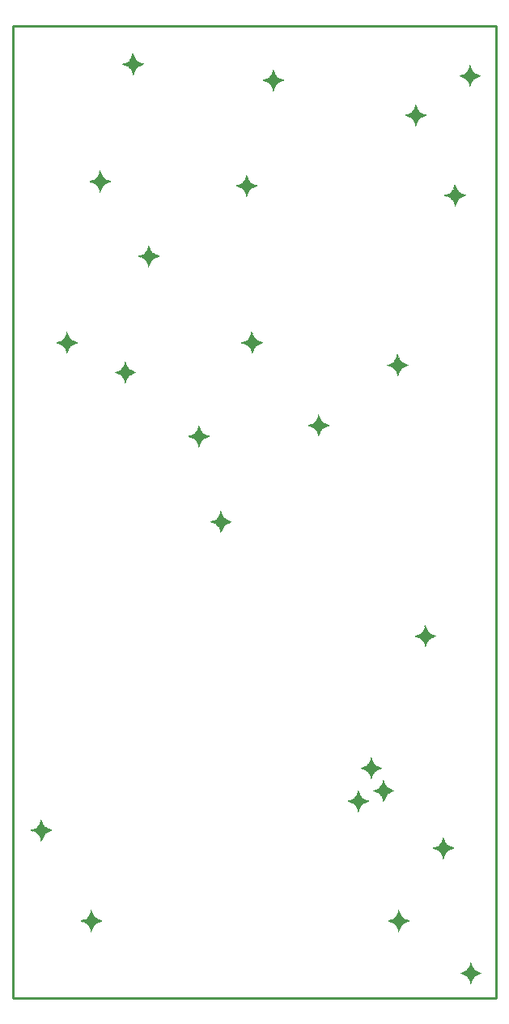
<source format=gbr>
G04 EAGLE Gerber RS-274X export*
G75*
%MOMM*%
%FSLAX34Y34*%
%LPD*%
%INSilkscreen Bottom*%
%IPPOS*%
%AMOC8*
5,1,8,0,0,1.08239X$1,22.5*%
G01*
%ADD10R,0.050800X0.025400*%
%ADD11R,0.076200X0.025400*%
%ADD12R,0.101600X0.025400*%
%ADD13R,0.127000X0.025400*%
%ADD14R,0.152400X0.025400*%
%ADD15R,0.177800X0.025400*%
%ADD16R,0.203200X0.025400*%
%ADD17R,0.228600X0.025400*%
%ADD18R,0.279400X0.025400*%
%ADD19R,0.304800X0.025400*%
%ADD20R,0.330200X0.025400*%
%ADD21R,0.381000X0.025400*%
%ADD22R,0.431800X0.025400*%
%ADD23R,0.508000X0.025400*%
%ADD24R,0.609600X0.025400*%
%ADD25R,0.635000X0.025400*%
%ADD26R,0.685800X0.025400*%
%ADD27R,0.711200X0.025400*%
%ADD28R,0.762000X0.025400*%
%ADD29R,0.838200X0.025400*%
%ADD30R,0.863600X0.025400*%
%ADD31R,0.965200X0.025400*%
%ADD32R,0.990600X0.025400*%
%ADD33R,1.092200X0.025400*%
%ADD34R,1.168400X0.025400*%
%ADD35R,1.295400X0.025400*%
%ADD36R,1.397000X0.025400*%
%ADD37R,1.473200X0.025400*%
%ADD38R,1.625600X0.025400*%
%ADD39R,0.025400X0.025400*%
%ADD40R,1.727200X0.025400*%
%ADD41R,1.930400X0.025400*%
%ADD42R,2.032000X0.025400*%
%ADD43R,2.209800X0.025400*%
%ADD44R,2.133600X0.025400*%
%ADD45R,1.828800X0.025400*%
%ADD46R,1.524000X0.025400*%
%ADD47R,1.320800X0.025400*%
%ADD48R,1.244600X0.025400*%
%ADD49R,1.066800X0.025400*%
%ADD50R,0.914400X0.025400*%
%ADD51R,0.889000X0.025400*%
%ADD52R,0.660400X0.025400*%
%ADD53R,0.584200X0.025400*%
%ADD54R,0.533400X0.025400*%
%ADD55R,0.482600X0.025400*%
%ADD56R,0.406400X0.025400*%
%ADD57R,0.355600X0.025400*%
%ADD58C,0.254000*%


D10*
X693801Y977138D03*
X693801Y977392D03*
X693801Y977646D03*
D11*
X693928Y977900D03*
D12*
X693801Y978154D03*
X693801Y978408D03*
D13*
X693928Y978662D03*
D14*
X693801Y978916D03*
X693801Y979170D03*
D15*
X693928Y979424D03*
X693674Y979678D03*
D16*
X693801Y979932D03*
D17*
X693928Y980186D03*
D18*
X693928Y980440D03*
X693928Y980694D03*
D19*
X693801Y980948D03*
X693801Y981202D03*
D20*
X693928Y981456D03*
D21*
X693928Y981710D03*
X693928Y981964D03*
D22*
X693928Y982218D03*
X693928Y982472D03*
X693928Y982726D03*
D23*
X693801Y982980D03*
X693801Y983234D03*
D24*
X693801Y983488D03*
D25*
X693928Y983742D03*
D26*
X693674Y983996D03*
D27*
X693801Y984250D03*
D28*
X693801Y984504D03*
D29*
X693674Y984758D03*
D30*
X693801Y985012D03*
D31*
X693801Y985266D03*
D32*
X693928Y985520D03*
D33*
X693928Y985774D03*
D34*
X694055Y986028D03*
D35*
X693928Y986282D03*
D36*
X693928Y986536D03*
D37*
X693801Y986790D03*
D38*
X694055Y987044D03*
D39*
X685038Y987298D03*
D40*
X694055Y987298D03*
D41*
X693801Y987552D03*
D42*
X693547Y987806D03*
D43*
X693674Y988060D03*
X693674Y988314D03*
D44*
X693801Y988568D03*
D41*
X693801Y988822D03*
D45*
X693801Y989076D03*
D38*
X694055Y989330D03*
D46*
X694055Y989584D03*
D47*
X694309Y989838D03*
D48*
X694182Y990092D03*
D34*
X694055Y990346D03*
D49*
X694055Y990600D03*
X694055Y990854D03*
D50*
X694055Y991108D03*
D51*
X693928Y991362D03*
D29*
X693928Y991616D03*
D28*
X693801Y991870D03*
X693801Y992124D03*
D27*
X693801Y992378D03*
D52*
X693801Y992632D03*
D25*
X693674Y992886D03*
D53*
X693674Y993140D03*
D54*
X693674Y993394D03*
D23*
X693801Y993648D03*
D55*
X693674Y993902D03*
D22*
X693674Y994156D03*
D56*
X693801Y994410D03*
X693801Y994664D03*
D57*
X693801Y994918D03*
D20*
X693674Y995172D03*
D19*
X693801Y995426D03*
X693801Y995680D03*
D18*
X693674Y995934D03*
X693674Y996188D03*
D17*
X693674Y996442D03*
X693674Y996696D03*
D15*
X693674Y996950D03*
X693674Y997204D03*
D14*
X693801Y997458D03*
D13*
X693674Y997712D03*
X693674Y997966D03*
D12*
X693547Y998220D03*
D11*
X693674Y998474D03*
X693674Y998728D03*
D10*
X693801Y998982D03*
D39*
X693674Y999236D03*
D10*
X637159Y935990D03*
X637159Y936244D03*
X637159Y936498D03*
D11*
X637286Y936752D03*
D12*
X637159Y937006D03*
X637159Y937260D03*
D13*
X637286Y937514D03*
D14*
X637159Y937768D03*
X637159Y938022D03*
D15*
X637286Y938276D03*
X637032Y938530D03*
D16*
X637159Y938784D03*
D17*
X637286Y939038D03*
D18*
X637286Y939292D03*
X637286Y939546D03*
D19*
X637159Y939800D03*
X637159Y940054D03*
D20*
X637286Y940308D03*
D21*
X637286Y940562D03*
X637286Y940816D03*
D22*
X637286Y941070D03*
X637286Y941324D03*
X637286Y941578D03*
D23*
X637159Y941832D03*
X637159Y942086D03*
D24*
X637159Y942340D03*
D25*
X637286Y942594D03*
D26*
X637032Y942848D03*
D27*
X637159Y943102D03*
D28*
X637159Y943356D03*
D29*
X637032Y943610D03*
D30*
X637159Y943864D03*
D31*
X637159Y944118D03*
D32*
X637286Y944372D03*
D33*
X637286Y944626D03*
D34*
X637413Y944880D03*
D35*
X637286Y945134D03*
D36*
X637286Y945388D03*
D37*
X637159Y945642D03*
D38*
X637413Y945896D03*
D39*
X628396Y946150D03*
D40*
X637413Y946150D03*
D41*
X637159Y946404D03*
D42*
X636905Y946658D03*
D43*
X637032Y946912D03*
X637032Y947166D03*
D44*
X637159Y947420D03*
D41*
X637159Y947674D03*
D45*
X637159Y947928D03*
D38*
X637413Y948182D03*
D46*
X637413Y948436D03*
D47*
X637667Y948690D03*
D48*
X637540Y948944D03*
D34*
X637413Y949198D03*
D49*
X637413Y949452D03*
X637413Y949706D03*
D50*
X637413Y949960D03*
D51*
X637286Y950214D03*
D29*
X637286Y950468D03*
D28*
X637159Y950722D03*
X637159Y950976D03*
D27*
X637159Y951230D03*
D52*
X637159Y951484D03*
D25*
X637032Y951738D03*
D53*
X637032Y951992D03*
D54*
X637032Y952246D03*
D23*
X637159Y952500D03*
D55*
X637032Y952754D03*
D22*
X637032Y953008D03*
D56*
X637159Y953262D03*
X637159Y953516D03*
D57*
X637159Y953770D03*
D20*
X637032Y954024D03*
D19*
X637159Y954278D03*
X637159Y954532D03*
D18*
X637032Y954786D03*
X637032Y955040D03*
D17*
X637032Y955294D03*
X637032Y955548D03*
D15*
X637032Y955802D03*
X637032Y956056D03*
D14*
X637159Y956310D03*
D13*
X637032Y956564D03*
X637032Y956818D03*
D12*
X636905Y957072D03*
D11*
X637032Y957326D03*
X637032Y957580D03*
D10*
X637159Y957834D03*
D39*
X637032Y958088D03*
D10*
X678307Y852424D03*
X678307Y852678D03*
X678307Y852932D03*
D11*
X678434Y853186D03*
D12*
X678307Y853440D03*
X678307Y853694D03*
D13*
X678434Y853948D03*
D14*
X678307Y854202D03*
X678307Y854456D03*
D15*
X678434Y854710D03*
X678180Y854964D03*
D16*
X678307Y855218D03*
D17*
X678434Y855472D03*
D18*
X678434Y855726D03*
X678434Y855980D03*
D19*
X678307Y856234D03*
X678307Y856488D03*
D20*
X678434Y856742D03*
D21*
X678434Y856996D03*
X678434Y857250D03*
D22*
X678434Y857504D03*
X678434Y857758D03*
X678434Y858012D03*
D23*
X678307Y858266D03*
X678307Y858520D03*
D24*
X678307Y858774D03*
D25*
X678434Y859028D03*
D26*
X678180Y859282D03*
D27*
X678307Y859536D03*
D28*
X678307Y859790D03*
D29*
X678180Y860044D03*
D30*
X678307Y860298D03*
D31*
X678307Y860552D03*
D32*
X678434Y860806D03*
D33*
X678434Y861060D03*
D34*
X678561Y861314D03*
D35*
X678434Y861568D03*
D36*
X678434Y861822D03*
D37*
X678307Y862076D03*
D38*
X678561Y862330D03*
D39*
X669544Y862584D03*
D40*
X678561Y862584D03*
D41*
X678307Y862838D03*
D42*
X678053Y863092D03*
D43*
X678180Y863346D03*
X678180Y863600D03*
D44*
X678307Y863854D03*
D41*
X678307Y864108D03*
D45*
X678307Y864362D03*
D38*
X678561Y864616D03*
D46*
X678561Y864870D03*
D47*
X678815Y865124D03*
D48*
X678688Y865378D03*
D34*
X678561Y865632D03*
D49*
X678561Y865886D03*
X678561Y866140D03*
D50*
X678561Y866394D03*
D51*
X678434Y866648D03*
D29*
X678434Y866902D03*
D28*
X678307Y867156D03*
X678307Y867410D03*
D27*
X678307Y867664D03*
D52*
X678307Y867918D03*
D25*
X678180Y868172D03*
D53*
X678180Y868426D03*
D54*
X678180Y868680D03*
D23*
X678307Y868934D03*
D55*
X678180Y869188D03*
D22*
X678180Y869442D03*
D56*
X678307Y869696D03*
X678307Y869950D03*
D57*
X678307Y870204D03*
D20*
X678180Y870458D03*
D19*
X678307Y870712D03*
X678307Y870966D03*
D18*
X678180Y871220D03*
X678180Y871474D03*
D17*
X678180Y871728D03*
X678180Y871982D03*
D15*
X678180Y872236D03*
X678180Y872490D03*
D14*
X678307Y872744D03*
D13*
X678180Y872998D03*
X678180Y873252D03*
D12*
X678053Y873506D03*
D11*
X678180Y873760D03*
X678180Y874014D03*
D10*
X678307Y874268D03*
D39*
X678180Y874522D03*
D10*
X460121Y862330D03*
X460121Y862584D03*
X460121Y862838D03*
D11*
X460248Y863092D03*
D12*
X460121Y863346D03*
X460121Y863600D03*
D13*
X460248Y863854D03*
D14*
X460121Y864108D03*
X460121Y864362D03*
D15*
X460248Y864616D03*
X459994Y864870D03*
D16*
X460121Y865124D03*
D17*
X460248Y865378D03*
D18*
X460248Y865632D03*
X460248Y865886D03*
D19*
X460121Y866140D03*
X460121Y866394D03*
D20*
X460248Y866648D03*
D21*
X460248Y866902D03*
X460248Y867156D03*
D22*
X460248Y867410D03*
X460248Y867664D03*
X460248Y867918D03*
D23*
X460121Y868172D03*
X460121Y868426D03*
D24*
X460121Y868680D03*
D25*
X460248Y868934D03*
D26*
X459994Y869188D03*
D27*
X460121Y869442D03*
D28*
X460121Y869696D03*
D29*
X459994Y869950D03*
D30*
X460121Y870204D03*
D31*
X460121Y870458D03*
D32*
X460248Y870712D03*
D33*
X460248Y870966D03*
D34*
X460375Y871220D03*
D35*
X460248Y871474D03*
D36*
X460248Y871728D03*
D37*
X460121Y871982D03*
D38*
X460375Y872236D03*
D39*
X451358Y872490D03*
D40*
X460375Y872490D03*
D41*
X460121Y872744D03*
D42*
X459867Y872998D03*
D43*
X459994Y873252D03*
X459994Y873506D03*
D44*
X460121Y873760D03*
D41*
X460121Y874014D03*
D45*
X460121Y874268D03*
D38*
X460375Y874522D03*
D46*
X460375Y874776D03*
D47*
X460629Y875030D03*
D48*
X460502Y875284D03*
D34*
X460375Y875538D03*
D49*
X460375Y875792D03*
X460375Y876046D03*
D50*
X460375Y876300D03*
D51*
X460248Y876554D03*
D29*
X460248Y876808D03*
D28*
X460121Y877062D03*
X460121Y877316D03*
D27*
X460121Y877570D03*
D52*
X460121Y877824D03*
D25*
X459994Y878078D03*
D53*
X459994Y878332D03*
D54*
X459994Y878586D03*
D23*
X460121Y878840D03*
D55*
X459994Y879094D03*
D22*
X459994Y879348D03*
D56*
X460121Y879602D03*
X460121Y879856D03*
D57*
X460121Y880110D03*
D20*
X459994Y880364D03*
D19*
X460121Y880618D03*
X460121Y880872D03*
D18*
X459994Y881126D03*
X459994Y881380D03*
D17*
X459994Y881634D03*
X459994Y881888D03*
D15*
X459994Y882142D03*
X459994Y882396D03*
D14*
X460121Y882650D03*
D13*
X459994Y882904D03*
X459994Y883158D03*
D12*
X459867Y883412D03*
D11*
X459994Y883666D03*
X459994Y883920D03*
D10*
X460121Y884174D03*
D39*
X459994Y884428D03*
D10*
X358013Y788924D03*
X358013Y789178D03*
X358013Y789432D03*
D11*
X358140Y789686D03*
D12*
X358013Y789940D03*
X358013Y790194D03*
D13*
X358140Y790448D03*
D14*
X358013Y790702D03*
X358013Y790956D03*
D15*
X358140Y791210D03*
X357886Y791464D03*
D16*
X358013Y791718D03*
D17*
X358140Y791972D03*
D18*
X358140Y792226D03*
X358140Y792480D03*
D19*
X358013Y792734D03*
X358013Y792988D03*
D20*
X358140Y793242D03*
D21*
X358140Y793496D03*
X358140Y793750D03*
D22*
X358140Y794004D03*
X358140Y794258D03*
X358140Y794512D03*
D23*
X358013Y794766D03*
X358013Y795020D03*
D24*
X358013Y795274D03*
D25*
X358140Y795528D03*
D26*
X357886Y795782D03*
D27*
X358013Y796036D03*
D28*
X358013Y796290D03*
D29*
X357886Y796544D03*
D30*
X358013Y796798D03*
D31*
X358013Y797052D03*
D32*
X358140Y797306D03*
D33*
X358140Y797560D03*
D34*
X358267Y797814D03*
D35*
X358140Y798068D03*
D36*
X358140Y798322D03*
D37*
X358013Y798576D03*
D38*
X358267Y798830D03*
D39*
X349250Y799084D03*
D40*
X358267Y799084D03*
D41*
X358013Y799338D03*
D42*
X357759Y799592D03*
D43*
X357886Y799846D03*
X357886Y800100D03*
D44*
X358013Y800354D03*
D41*
X358013Y800608D03*
D45*
X358013Y800862D03*
D38*
X358267Y801116D03*
D46*
X358267Y801370D03*
D47*
X358521Y801624D03*
D48*
X358394Y801878D03*
D34*
X358267Y802132D03*
D49*
X358267Y802386D03*
X358267Y802640D03*
D50*
X358267Y802894D03*
D51*
X358140Y803148D03*
D29*
X358140Y803402D03*
D28*
X358013Y803656D03*
X358013Y803910D03*
D27*
X358013Y804164D03*
D52*
X358013Y804418D03*
D25*
X357886Y804672D03*
D53*
X357886Y804926D03*
D54*
X357886Y805180D03*
D23*
X358013Y805434D03*
D55*
X357886Y805688D03*
D22*
X357886Y805942D03*
D56*
X358013Y806196D03*
X358013Y806450D03*
D57*
X358013Y806704D03*
D20*
X357886Y806958D03*
D19*
X358013Y807212D03*
X358013Y807466D03*
D18*
X357886Y807720D03*
X357886Y807974D03*
D17*
X357886Y808228D03*
X357886Y808482D03*
D15*
X357886Y808736D03*
X357886Y808990D03*
D14*
X358013Y809244D03*
D13*
X357886Y809498D03*
X357886Y809752D03*
D12*
X357759Y810006D03*
D11*
X357886Y810260D03*
X357886Y810514D03*
D10*
X358013Y810768D03*
D39*
X357886Y811022D03*
D10*
X618109Y675132D03*
X618109Y675386D03*
X618109Y675640D03*
D11*
X618236Y675894D03*
D12*
X618109Y676148D03*
X618109Y676402D03*
D13*
X618236Y676656D03*
D14*
X618109Y676910D03*
X618109Y677164D03*
D15*
X618236Y677418D03*
X617982Y677672D03*
D16*
X618109Y677926D03*
D17*
X618236Y678180D03*
D18*
X618236Y678434D03*
X618236Y678688D03*
D19*
X618109Y678942D03*
X618109Y679196D03*
D20*
X618236Y679450D03*
D21*
X618236Y679704D03*
X618236Y679958D03*
D22*
X618236Y680212D03*
X618236Y680466D03*
X618236Y680720D03*
D23*
X618109Y680974D03*
X618109Y681228D03*
D24*
X618109Y681482D03*
D25*
X618236Y681736D03*
D26*
X617982Y681990D03*
D27*
X618109Y682244D03*
D28*
X618109Y682498D03*
D29*
X617982Y682752D03*
D30*
X618109Y683006D03*
D31*
X618109Y683260D03*
D32*
X618236Y683514D03*
D33*
X618236Y683768D03*
D34*
X618363Y684022D03*
D35*
X618236Y684276D03*
D36*
X618236Y684530D03*
D37*
X618109Y684784D03*
D38*
X618363Y685038D03*
D39*
X609346Y685292D03*
D40*
X618363Y685292D03*
D41*
X618109Y685546D03*
D42*
X617855Y685800D03*
D43*
X617982Y686054D03*
X617982Y686308D03*
D44*
X618109Y686562D03*
D41*
X618109Y686816D03*
D45*
X618109Y687070D03*
D38*
X618363Y687324D03*
D46*
X618363Y687578D03*
D47*
X618617Y687832D03*
D48*
X618490Y688086D03*
D34*
X618363Y688340D03*
D49*
X618363Y688594D03*
X618363Y688848D03*
D50*
X618363Y689102D03*
D51*
X618236Y689356D03*
D29*
X618236Y689610D03*
D28*
X618109Y689864D03*
X618109Y690118D03*
D27*
X618109Y690372D03*
D52*
X618109Y690626D03*
D25*
X617982Y690880D03*
D53*
X617982Y691134D03*
D54*
X617982Y691388D03*
D23*
X618109Y691642D03*
D55*
X617982Y691896D03*
D22*
X617982Y692150D03*
D56*
X618109Y692404D03*
X618109Y692658D03*
D57*
X618109Y692912D03*
D20*
X617982Y693166D03*
D19*
X618109Y693420D03*
X618109Y693674D03*
D18*
X617982Y693928D03*
X617982Y694182D03*
D17*
X617982Y694436D03*
X617982Y694690D03*
D15*
X617982Y694944D03*
X617982Y695198D03*
D14*
X618109Y695452D03*
D13*
X617982Y695706D03*
X617982Y695960D03*
D12*
X617855Y696214D03*
D11*
X617982Y696468D03*
X617982Y696722D03*
D10*
X618109Y696976D03*
D39*
X617982Y697230D03*
D10*
X465709Y698500D03*
X465709Y698754D03*
X465709Y699008D03*
D11*
X465836Y699262D03*
D12*
X465709Y699516D03*
X465709Y699770D03*
D13*
X465836Y700024D03*
D14*
X465709Y700278D03*
X465709Y700532D03*
D15*
X465836Y700786D03*
X465582Y701040D03*
D16*
X465709Y701294D03*
D17*
X465836Y701548D03*
D18*
X465836Y701802D03*
X465836Y702056D03*
D19*
X465709Y702310D03*
X465709Y702564D03*
D20*
X465836Y702818D03*
D21*
X465836Y703072D03*
X465836Y703326D03*
D22*
X465836Y703580D03*
X465836Y703834D03*
X465836Y704088D03*
D23*
X465709Y704342D03*
X465709Y704596D03*
D24*
X465709Y704850D03*
D25*
X465836Y705104D03*
D26*
X465582Y705358D03*
D27*
X465709Y705612D03*
D28*
X465709Y705866D03*
D29*
X465582Y706120D03*
D30*
X465709Y706374D03*
D31*
X465709Y706628D03*
D32*
X465836Y706882D03*
D33*
X465836Y707136D03*
D34*
X465963Y707390D03*
D35*
X465836Y707644D03*
D36*
X465836Y707898D03*
D37*
X465709Y708152D03*
D38*
X465963Y708406D03*
D39*
X456946Y708660D03*
D40*
X465963Y708660D03*
D41*
X465709Y708914D03*
D42*
X465455Y709168D03*
D43*
X465582Y709422D03*
X465582Y709676D03*
D44*
X465709Y709930D03*
D41*
X465709Y710184D03*
D45*
X465709Y710438D03*
D38*
X465963Y710692D03*
D46*
X465963Y710946D03*
D47*
X466217Y711200D03*
D48*
X466090Y711454D03*
D34*
X465963Y711708D03*
D49*
X465963Y711962D03*
X465963Y712216D03*
D50*
X465963Y712470D03*
D51*
X465836Y712724D03*
D29*
X465836Y712978D03*
D28*
X465709Y713232D03*
X465709Y713486D03*
D27*
X465709Y713740D03*
D52*
X465709Y713994D03*
D25*
X465582Y714248D03*
D53*
X465582Y714502D03*
D54*
X465582Y714756D03*
D23*
X465709Y715010D03*
D55*
X465582Y715264D03*
D22*
X465582Y715518D03*
D56*
X465709Y715772D03*
X465709Y716026D03*
D57*
X465709Y716280D03*
D20*
X465582Y716534D03*
D19*
X465709Y716788D03*
X465709Y717042D03*
D18*
X465582Y717296D03*
X465582Y717550D03*
D17*
X465582Y717804D03*
X465582Y718058D03*
D15*
X465582Y718312D03*
X465582Y718566D03*
D14*
X465709Y718820D03*
D13*
X465582Y719074D03*
X465582Y719328D03*
D12*
X465455Y719582D03*
D11*
X465582Y719836D03*
X465582Y720090D03*
D10*
X465709Y720344D03*
D39*
X465582Y720598D03*
D10*
X341249Y989330D03*
X341249Y989584D03*
X341249Y989838D03*
D11*
X341376Y990092D03*
D12*
X341249Y990346D03*
X341249Y990600D03*
D13*
X341376Y990854D03*
D14*
X341249Y991108D03*
X341249Y991362D03*
D15*
X341376Y991616D03*
X341122Y991870D03*
D16*
X341249Y992124D03*
D17*
X341376Y992378D03*
D18*
X341376Y992632D03*
X341376Y992886D03*
D19*
X341249Y993140D03*
X341249Y993394D03*
D20*
X341376Y993648D03*
D21*
X341376Y993902D03*
X341376Y994156D03*
D22*
X341376Y994410D03*
X341376Y994664D03*
X341376Y994918D03*
D23*
X341249Y995172D03*
X341249Y995426D03*
D24*
X341249Y995680D03*
D25*
X341376Y995934D03*
D26*
X341122Y996188D03*
D27*
X341249Y996442D03*
D28*
X341249Y996696D03*
D29*
X341122Y996950D03*
D30*
X341249Y997204D03*
D31*
X341249Y997458D03*
D32*
X341376Y997712D03*
D33*
X341376Y997966D03*
D34*
X341503Y998220D03*
D35*
X341376Y998474D03*
D36*
X341376Y998728D03*
D37*
X341249Y998982D03*
D38*
X341503Y999236D03*
D39*
X332486Y999490D03*
D40*
X341503Y999490D03*
D41*
X341249Y999744D03*
D42*
X340995Y999998D03*
D43*
X341122Y1000252D03*
X341122Y1000506D03*
D44*
X341249Y1000760D03*
D41*
X341249Y1001014D03*
D45*
X341249Y1001268D03*
D38*
X341503Y1001522D03*
D46*
X341503Y1001776D03*
D47*
X341757Y1002030D03*
D48*
X341630Y1002284D03*
D34*
X341503Y1002538D03*
D49*
X341503Y1002792D03*
X341503Y1003046D03*
D50*
X341503Y1003300D03*
D51*
X341376Y1003554D03*
D29*
X341376Y1003808D03*
D28*
X341249Y1004062D03*
X341249Y1004316D03*
D27*
X341249Y1004570D03*
D52*
X341249Y1004824D03*
D25*
X341122Y1005078D03*
D53*
X341122Y1005332D03*
D54*
X341122Y1005586D03*
D23*
X341249Y1005840D03*
D55*
X341122Y1006094D03*
D22*
X341122Y1006348D03*
D56*
X341249Y1006602D03*
X341249Y1006856D03*
D57*
X341249Y1007110D03*
D20*
X341122Y1007364D03*
D19*
X341249Y1007618D03*
X341249Y1007872D03*
D18*
X341122Y1008126D03*
X341122Y1008380D03*
D17*
X341122Y1008634D03*
X341122Y1008888D03*
D15*
X341122Y1009142D03*
X341122Y1009396D03*
D14*
X341249Y1009650D03*
D13*
X341122Y1009904D03*
X341122Y1010158D03*
D12*
X340995Y1010412D03*
D11*
X341122Y1010666D03*
X341122Y1010920D03*
D10*
X341249Y1011174D03*
D39*
X341122Y1011428D03*
D10*
X488061Y972566D03*
X488061Y972820D03*
X488061Y973074D03*
D11*
X488188Y973328D03*
D12*
X488061Y973582D03*
X488061Y973836D03*
D13*
X488188Y974090D03*
D14*
X488061Y974344D03*
X488061Y974598D03*
D15*
X488188Y974852D03*
X487934Y975106D03*
D16*
X488061Y975360D03*
D17*
X488188Y975614D03*
D18*
X488188Y975868D03*
X488188Y976122D03*
D19*
X488061Y976376D03*
X488061Y976630D03*
D20*
X488188Y976884D03*
D21*
X488188Y977138D03*
X488188Y977392D03*
D22*
X488188Y977646D03*
X488188Y977900D03*
X488188Y978154D03*
D23*
X488061Y978408D03*
X488061Y978662D03*
D24*
X488061Y978916D03*
D25*
X488188Y979170D03*
D26*
X487934Y979424D03*
D27*
X488061Y979678D03*
D28*
X488061Y979932D03*
D29*
X487934Y980186D03*
D30*
X488061Y980440D03*
D31*
X488061Y980694D03*
D32*
X488188Y980948D03*
D33*
X488188Y981202D03*
D34*
X488315Y981456D03*
D35*
X488188Y981710D03*
D36*
X488188Y981964D03*
D37*
X488061Y982218D03*
D38*
X488315Y982472D03*
D39*
X479298Y982726D03*
D40*
X488315Y982726D03*
D41*
X488061Y982980D03*
D42*
X487807Y983234D03*
D43*
X487934Y983488D03*
X487934Y983742D03*
D44*
X488061Y983996D03*
D41*
X488061Y984250D03*
D45*
X488061Y984504D03*
D38*
X488315Y984758D03*
D46*
X488315Y985012D03*
D47*
X488569Y985266D03*
D48*
X488442Y985520D03*
D34*
X488315Y985774D03*
D49*
X488315Y986028D03*
X488315Y986282D03*
D50*
X488315Y986536D03*
D51*
X488188Y986790D03*
D29*
X488188Y987044D03*
D28*
X488061Y987298D03*
X488061Y987552D03*
D27*
X488061Y987806D03*
D52*
X488061Y988060D03*
D25*
X487934Y988314D03*
D53*
X487934Y988568D03*
D54*
X487934Y988822D03*
D23*
X488061Y989076D03*
D55*
X487934Y989330D03*
D22*
X487934Y989584D03*
D56*
X488061Y989838D03*
X488061Y990092D03*
D57*
X488061Y990346D03*
D20*
X487934Y990600D03*
D19*
X488061Y990854D03*
X488061Y991108D03*
D18*
X487934Y991362D03*
X487934Y991616D03*
D17*
X487934Y991870D03*
X487934Y992124D03*
D15*
X487934Y992378D03*
X487934Y992632D03*
D14*
X488061Y992886D03*
D13*
X487934Y993140D03*
X487934Y993394D03*
D12*
X487807Y993648D03*
D11*
X487934Y993902D03*
X487934Y994156D03*
D10*
X488061Y994410D03*
D39*
X487934Y994664D03*
D10*
X306705Y866902D03*
X306705Y867156D03*
X306705Y867410D03*
D11*
X306832Y867664D03*
D12*
X306705Y867918D03*
X306705Y868172D03*
D13*
X306832Y868426D03*
D14*
X306705Y868680D03*
X306705Y868934D03*
D15*
X306832Y869188D03*
X306578Y869442D03*
D16*
X306705Y869696D03*
D17*
X306832Y869950D03*
D18*
X306832Y870204D03*
X306832Y870458D03*
D19*
X306705Y870712D03*
X306705Y870966D03*
D20*
X306832Y871220D03*
D21*
X306832Y871474D03*
X306832Y871728D03*
D22*
X306832Y871982D03*
X306832Y872236D03*
X306832Y872490D03*
D23*
X306705Y872744D03*
X306705Y872998D03*
D24*
X306705Y873252D03*
D25*
X306832Y873506D03*
D26*
X306578Y873760D03*
D27*
X306705Y874014D03*
D28*
X306705Y874268D03*
D29*
X306578Y874522D03*
D30*
X306705Y874776D03*
D31*
X306705Y875030D03*
D32*
X306832Y875284D03*
D33*
X306832Y875538D03*
D34*
X306959Y875792D03*
D35*
X306832Y876046D03*
D36*
X306832Y876300D03*
D37*
X306705Y876554D03*
D38*
X306959Y876808D03*
D39*
X297942Y877062D03*
D40*
X306959Y877062D03*
D41*
X306705Y877316D03*
D42*
X306451Y877570D03*
D43*
X306578Y877824D03*
X306578Y878078D03*
D44*
X306705Y878332D03*
D41*
X306705Y878586D03*
D45*
X306705Y878840D03*
D38*
X306959Y879094D03*
D46*
X306959Y879348D03*
D47*
X307213Y879602D03*
D48*
X307086Y879856D03*
D34*
X306959Y880110D03*
D49*
X306959Y880364D03*
X306959Y880618D03*
D50*
X306959Y880872D03*
D51*
X306832Y881126D03*
D29*
X306832Y881380D03*
D28*
X306705Y881634D03*
X306705Y881888D03*
D27*
X306705Y882142D03*
D52*
X306705Y882396D03*
D25*
X306578Y882650D03*
D53*
X306578Y882904D03*
D54*
X306578Y883158D03*
D23*
X306705Y883412D03*
D55*
X306578Y883666D03*
D22*
X306578Y883920D03*
D56*
X306705Y884174D03*
X306705Y884428D03*
D57*
X306705Y884682D03*
D20*
X306578Y884936D03*
D19*
X306705Y885190D03*
X306705Y885444D03*
D18*
X306578Y885698D03*
X306578Y885952D03*
D17*
X306578Y886206D03*
X306578Y886460D03*
D15*
X306578Y886714D03*
X306578Y886968D03*
D14*
X306705Y887222D03*
D13*
X306578Y887476D03*
X306578Y887730D03*
D12*
X306451Y887984D03*
D11*
X306578Y888238D03*
X306578Y888492D03*
D10*
X306705Y888746D03*
D39*
X306578Y889000D03*
D10*
X272161Y698500D03*
X272161Y698754D03*
X272161Y699008D03*
D11*
X272288Y699262D03*
D12*
X272161Y699516D03*
X272161Y699770D03*
D13*
X272288Y700024D03*
D14*
X272161Y700278D03*
X272161Y700532D03*
D15*
X272288Y700786D03*
X272034Y701040D03*
D16*
X272161Y701294D03*
D17*
X272288Y701548D03*
D18*
X272288Y701802D03*
X272288Y702056D03*
D19*
X272161Y702310D03*
X272161Y702564D03*
D20*
X272288Y702818D03*
D21*
X272288Y703072D03*
X272288Y703326D03*
D22*
X272288Y703580D03*
X272288Y703834D03*
X272288Y704088D03*
D23*
X272161Y704342D03*
X272161Y704596D03*
D24*
X272161Y704850D03*
D25*
X272288Y705104D03*
D26*
X272034Y705358D03*
D27*
X272161Y705612D03*
D28*
X272161Y705866D03*
D29*
X272034Y706120D03*
D30*
X272161Y706374D03*
D31*
X272161Y706628D03*
D32*
X272288Y706882D03*
D33*
X272288Y707136D03*
D34*
X272415Y707390D03*
D35*
X272288Y707644D03*
D36*
X272288Y707898D03*
D37*
X272161Y708152D03*
D38*
X272415Y708406D03*
D39*
X263398Y708660D03*
D40*
X272415Y708660D03*
D41*
X272161Y708914D03*
D42*
X271907Y709168D03*
D43*
X272034Y709422D03*
X272034Y709676D03*
D44*
X272161Y709930D03*
D41*
X272161Y710184D03*
D45*
X272161Y710438D03*
D38*
X272415Y710692D03*
D46*
X272415Y710946D03*
D47*
X272669Y711200D03*
D48*
X272542Y711454D03*
D34*
X272415Y711708D03*
D49*
X272415Y711962D03*
X272415Y712216D03*
D50*
X272415Y712470D03*
D51*
X272288Y712724D03*
D29*
X272288Y712978D03*
D28*
X272161Y713232D03*
X272161Y713486D03*
D27*
X272161Y713740D03*
D52*
X272161Y713994D03*
D25*
X272034Y714248D03*
D53*
X272034Y714502D03*
D54*
X272034Y714756D03*
D23*
X272161Y715010D03*
D55*
X272034Y715264D03*
D22*
X272034Y715518D03*
D56*
X272161Y715772D03*
X272161Y716026D03*
D57*
X272161Y716280D03*
D20*
X272034Y716534D03*
D19*
X272161Y716788D03*
X272161Y717042D03*
D18*
X272034Y717296D03*
X272034Y717550D03*
D17*
X272034Y717804D03*
X272034Y718058D03*
D15*
X272034Y718312D03*
X272034Y718566D03*
D14*
X272161Y718820D03*
D13*
X272034Y719074D03*
X272034Y719328D03*
D12*
X271907Y719582D03*
D11*
X272034Y719836D03*
X272034Y720090D03*
D10*
X272161Y720344D03*
D39*
X272034Y720598D03*
D10*
X333375Y667512D03*
X333375Y667766D03*
X333375Y668020D03*
D11*
X333502Y668274D03*
D12*
X333375Y668528D03*
X333375Y668782D03*
D13*
X333502Y669036D03*
D14*
X333375Y669290D03*
X333375Y669544D03*
D15*
X333502Y669798D03*
X333248Y670052D03*
D16*
X333375Y670306D03*
D17*
X333502Y670560D03*
D18*
X333502Y670814D03*
X333502Y671068D03*
D19*
X333375Y671322D03*
X333375Y671576D03*
D20*
X333502Y671830D03*
D21*
X333502Y672084D03*
X333502Y672338D03*
D22*
X333502Y672592D03*
X333502Y672846D03*
X333502Y673100D03*
D23*
X333375Y673354D03*
X333375Y673608D03*
D24*
X333375Y673862D03*
D25*
X333502Y674116D03*
D26*
X333248Y674370D03*
D27*
X333375Y674624D03*
D28*
X333375Y674878D03*
D29*
X333248Y675132D03*
D30*
X333375Y675386D03*
D31*
X333375Y675640D03*
D32*
X333502Y675894D03*
D33*
X333502Y676148D03*
D34*
X333629Y676402D03*
D35*
X333502Y676656D03*
D36*
X333502Y676910D03*
D37*
X333375Y677164D03*
D38*
X333629Y677418D03*
D39*
X324612Y677672D03*
D40*
X333629Y677672D03*
D41*
X333375Y677926D03*
D42*
X333121Y678180D03*
D43*
X333248Y678434D03*
X333248Y678688D03*
D44*
X333375Y678942D03*
D41*
X333375Y679196D03*
D45*
X333375Y679450D03*
D38*
X333629Y679704D03*
D46*
X333629Y679958D03*
D47*
X333883Y680212D03*
D48*
X333756Y680466D03*
D34*
X333629Y680720D03*
D49*
X333629Y680974D03*
X333629Y681228D03*
D50*
X333629Y681482D03*
D51*
X333502Y681736D03*
D29*
X333502Y681990D03*
D28*
X333375Y682244D03*
X333375Y682498D03*
D27*
X333375Y682752D03*
D52*
X333375Y683006D03*
D25*
X333248Y683260D03*
D53*
X333248Y683514D03*
D54*
X333248Y683768D03*
D23*
X333375Y684022D03*
D55*
X333248Y684276D03*
D22*
X333248Y684530D03*
D56*
X333375Y684784D03*
X333375Y685038D03*
D57*
X333375Y685292D03*
D20*
X333248Y685546D03*
D19*
X333375Y685800D03*
X333375Y686054D03*
D18*
X333248Y686308D03*
X333248Y686562D03*
D17*
X333248Y686816D03*
X333248Y687070D03*
D15*
X333248Y687324D03*
X333248Y687578D03*
D14*
X333375Y687832D03*
D13*
X333248Y688086D03*
X333248Y688340D03*
D12*
X333121Y688594D03*
D11*
X333248Y688848D03*
X333248Y689102D03*
D10*
X333375Y689356D03*
D39*
X333248Y689610D03*
D10*
X410083Y600710D03*
X410083Y600964D03*
X410083Y601218D03*
D11*
X410210Y601472D03*
D12*
X410083Y601726D03*
X410083Y601980D03*
D13*
X410210Y602234D03*
D14*
X410083Y602488D03*
X410083Y602742D03*
D15*
X410210Y602996D03*
X409956Y603250D03*
D16*
X410083Y603504D03*
D17*
X410210Y603758D03*
D18*
X410210Y604012D03*
X410210Y604266D03*
D19*
X410083Y604520D03*
X410083Y604774D03*
D20*
X410210Y605028D03*
D21*
X410210Y605282D03*
X410210Y605536D03*
D22*
X410210Y605790D03*
X410210Y606044D03*
X410210Y606298D03*
D23*
X410083Y606552D03*
X410083Y606806D03*
D24*
X410083Y607060D03*
D25*
X410210Y607314D03*
D26*
X409956Y607568D03*
D27*
X410083Y607822D03*
D28*
X410083Y608076D03*
D29*
X409956Y608330D03*
D30*
X410083Y608584D03*
D31*
X410083Y608838D03*
D32*
X410210Y609092D03*
D33*
X410210Y609346D03*
D34*
X410337Y609600D03*
D35*
X410210Y609854D03*
D36*
X410210Y610108D03*
D37*
X410083Y610362D03*
D38*
X410337Y610616D03*
D39*
X401320Y610870D03*
D40*
X410337Y610870D03*
D41*
X410083Y611124D03*
D42*
X409829Y611378D03*
D43*
X409956Y611632D03*
X409956Y611886D03*
D44*
X410083Y612140D03*
D41*
X410083Y612394D03*
D45*
X410083Y612648D03*
D38*
X410337Y612902D03*
D46*
X410337Y613156D03*
D47*
X410591Y613410D03*
D48*
X410464Y613664D03*
D34*
X410337Y613918D03*
D49*
X410337Y614172D03*
X410337Y614426D03*
D50*
X410337Y614680D03*
D51*
X410210Y614934D03*
D29*
X410210Y615188D03*
D28*
X410083Y615442D03*
X410083Y615696D03*
D27*
X410083Y615950D03*
D52*
X410083Y616204D03*
D25*
X409956Y616458D03*
D53*
X409956Y616712D03*
D54*
X409956Y616966D03*
D23*
X410083Y617220D03*
D55*
X409956Y617474D03*
D22*
X409956Y617728D03*
D56*
X410083Y617982D03*
X410083Y618236D03*
D57*
X410083Y618490D03*
D20*
X409956Y618744D03*
D19*
X410083Y618998D03*
X410083Y619252D03*
D18*
X409956Y619506D03*
X409956Y619760D03*
D17*
X409956Y620014D03*
X409956Y620268D03*
D15*
X409956Y620522D03*
X409956Y620776D03*
D14*
X410083Y621030D03*
D13*
X409956Y621284D03*
X409956Y621538D03*
D12*
X409829Y621792D03*
D11*
X409956Y622046D03*
X409956Y622300D03*
D10*
X410083Y622554D03*
D39*
X409956Y622808D03*
D10*
X647065Y392176D03*
X647065Y392430D03*
X647065Y392684D03*
D11*
X647192Y392938D03*
D12*
X647065Y393192D03*
X647065Y393446D03*
D13*
X647192Y393700D03*
D14*
X647065Y393954D03*
X647065Y394208D03*
D15*
X647192Y394462D03*
X646938Y394716D03*
D16*
X647065Y394970D03*
D17*
X647192Y395224D03*
D18*
X647192Y395478D03*
X647192Y395732D03*
D19*
X647065Y395986D03*
X647065Y396240D03*
D20*
X647192Y396494D03*
D21*
X647192Y396748D03*
X647192Y397002D03*
D22*
X647192Y397256D03*
X647192Y397510D03*
X647192Y397764D03*
D23*
X647065Y398018D03*
X647065Y398272D03*
D24*
X647065Y398526D03*
D25*
X647192Y398780D03*
D26*
X646938Y399034D03*
D27*
X647065Y399288D03*
D28*
X647065Y399542D03*
D29*
X646938Y399796D03*
D30*
X647065Y400050D03*
D31*
X647065Y400304D03*
D32*
X647192Y400558D03*
D33*
X647192Y400812D03*
D34*
X647319Y401066D03*
D35*
X647192Y401320D03*
D36*
X647192Y401574D03*
D37*
X647065Y401828D03*
D38*
X647319Y402082D03*
D39*
X638302Y402336D03*
D40*
X647319Y402336D03*
D41*
X647065Y402590D03*
D42*
X646811Y402844D03*
D43*
X646938Y403098D03*
X646938Y403352D03*
D44*
X647065Y403606D03*
D41*
X647065Y403860D03*
D45*
X647065Y404114D03*
D38*
X647319Y404368D03*
D46*
X647319Y404622D03*
D47*
X647573Y404876D03*
D48*
X647446Y405130D03*
D34*
X647319Y405384D03*
D49*
X647319Y405638D03*
X647319Y405892D03*
D50*
X647319Y406146D03*
D51*
X647192Y406400D03*
D29*
X647192Y406654D03*
D28*
X647065Y406908D03*
X647065Y407162D03*
D27*
X647065Y407416D03*
D52*
X647065Y407670D03*
D25*
X646938Y407924D03*
D53*
X646938Y408178D03*
D54*
X646938Y408432D03*
D23*
X647065Y408686D03*
D55*
X646938Y408940D03*
D22*
X646938Y409194D03*
D56*
X647065Y409448D03*
X647065Y409702D03*
D57*
X647065Y409956D03*
D20*
X646938Y410210D03*
D19*
X647065Y410464D03*
X647065Y410718D03*
D18*
X646938Y410972D03*
X646938Y411226D03*
D17*
X646938Y411480D03*
X646938Y411734D03*
D15*
X646938Y411988D03*
X646938Y412242D03*
D14*
X647065Y412496D03*
D13*
X646938Y412750D03*
X646938Y413004D03*
D12*
X646811Y413258D03*
D11*
X646938Y413512D03*
X646938Y413766D03*
D10*
X647065Y414020D03*
D39*
X646938Y414274D03*
D10*
X590423Y254254D03*
X590423Y254508D03*
X590423Y254762D03*
D11*
X590550Y255016D03*
D12*
X590423Y255270D03*
X590423Y255524D03*
D13*
X590550Y255778D03*
D14*
X590423Y256032D03*
X590423Y256286D03*
D15*
X590550Y256540D03*
X590296Y256794D03*
D16*
X590423Y257048D03*
D17*
X590550Y257302D03*
D18*
X590550Y257556D03*
X590550Y257810D03*
D19*
X590423Y258064D03*
X590423Y258318D03*
D20*
X590550Y258572D03*
D21*
X590550Y258826D03*
X590550Y259080D03*
D22*
X590550Y259334D03*
X590550Y259588D03*
X590550Y259842D03*
D23*
X590423Y260096D03*
X590423Y260350D03*
D24*
X590423Y260604D03*
D25*
X590550Y260858D03*
D26*
X590296Y261112D03*
D27*
X590423Y261366D03*
D28*
X590423Y261620D03*
D29*
X590296Y261874D03*
D30*
X590423Y262128D03*
D31*
X590423Y262382D03*
D32*
X590550Y262636D03*
D33*
X590550Y262890D03*
D34*
X590677Y263144D03*
D35*
X590550Y263398D03*
D36*
X590550Y263652D03*
D37*
X590423Y263906D03*
D38*
X590677Y264160D03*
D39*
X581660Y264414D03*
D40*
X590677Y264414D03*
D41*
X590423Y264668D03*
D42*
X590169Y264922D03*
D43*
X590296Y265176D03*
X590296Y265430D03*
D44*
X590423Y265684D03*
D41*
X590423Y265938D03*
D45*
X590423Y266192D03*
D38*
X590677Y266446D03*
D46*
X590677Y266700D03*
D47*
X590931Y266954D03*
D48*
X590804Y267208D03*
D34*
X590677Y267462D03*
D49*
X590677Y267716D03*
X590677Y267970D03*
D50*
X590677Y268224D03*
D51*
X590550Y268478D03*
D29*
X590550Y268732D03*
D28*
X590423Y268986D03*
X590423Y269240D03*
D27*
X590423Y269494D03*
D52*
X590423Y269748D03*
D25*
X590296Y270002D03*
D53*
X590296Y270256D03*
D54*
X590296Y270510D03*
D23*
X590423Y270764D03*
D55*
X590296Y271018D03*
D22*
X590296Y271272D03*
D56*
X590423Y271526D03*
X590423Y271780D03*
D57*
X590423Y272034D03*
D20*
X590296Y272288D03*
D19*
X590423Y272542D03*
X590423Y272796D03*
D18*
X590296Y273050D03*
X590296Y273304D03*
D17*
X590296Y273558D03*
X590296Y273812D03*
D15*
X590296Y274066D03*
X590296Y274320D03*
D14*
X590423Y274574D03*
D13*
X590296Y274828D03*
X590296Y275082D03*
D12*
X590169Y275336D03*
D11*
X590296Y275590D03*
X590296Y275844D03*
D10*
X590423Y276098D03*
D39*
X590296Y276352D03*
D10*
X603631Y230632D03*
X603631Y230886D03*
X603631Y231140D03*
D11*
X603758Y231394D03*
D12*
X603631Y231648D03*
X603631Y231902D03*
D13*
X603758Y232156D03*
D14*
X603631Y232410D03*
X603631Y232664D03*
D15*
X603758Y232918D03*
X603504Y233172D03*
D16*
X603631Y233426D03*
D17*
X603758Y233680D03*
D18*
X603758Y233934D03*
X603758Y234188D03*
D19*
X603631Y234442D03*
X603631Y234696D03*
D20*
X603758Y234950D03*
D21*
X603758Y235204D03*
X603758Y235458D03*
D22*
X603758Y235712D03*
X603758Y235966D03*
X603758Y236220D03*
D23*
X603631Y236474D03*
X603631Y236728D03*
D24*
X603631Y236982D03*
D25*
X603758Y237236D03*
D26*
X603504Y237490D03*
D27*
X603631Y237744D03*
D28*
X603631Y237998D03*
D29*
X603504Y238252D03*
D30*
X603631Y238506D03*
D31*
X603631Y238760D03*
D32*
X603758Y239014D03*
D33*
X603758Y239268D03*
D34*
X603885Y239522D03*
D35*
X603758Y239776D03*
D36*
X603758Y240030D03*
D37*
X603631Y240284D03*
D38*
X603885Y240538D03*
D39*
X594868Y240792D03*
D40*
X603885Y240792D03*
D41*
X603631Y241046D03*
D42*
X603377Y241300D03*
D43*
X603504Y241554D03*
X603504Y241808D03*
D44*
X603631Y242062D03*
D41*
X603631Y242316D03*
D45*
X603631Y242570D03*
D38*
X603885Y242824D03*
D46*
X603885Y243078D03*
D47*
X604139Y243332D03*
D48*
X604012Y243586D03*
D34*
X603885Y243840D03*
D49*
X603885Y244094D03*
X603885Y244348D03*
D50*
X603885Y244602D03*
D51*
X603758Y244856D03*
D29*
X603758Y245110D03*
D28*
X603631Y245364D03*
X603631Y245618D03*
D27*
X603631Y245872D03*
D52*
X603631Y246126D03*
D25*
X603504Y246380D03*
D53*
X603504Y246634D03*
D54*
X603504Y246888D03*
D23*
X603631Y247142D03*
D55*
X603504Y247396D03*
D22*
X603504Y247650D03*
D56*
X603631Y247904D03*
X603631Y248158D03*
D57*
X603631Y248412D03*
D20*
X603504Y248666D03*
D19*
X603631Y248920D03*
X603631Y249174D03*
D18*
X603504Y249428D03*
X603504Y249682D03*
D17*
X603504Y249936D03*
X603504Y250190D03*
D15*
X603504Y250444D03*
X603504Y250698D03*
D14*
X603631Y250952D03*
D13*
X603504Y251206D03*
X603504Y251460D03*
D12*
X603377Y251714D03*
D11*
X603504Y251968D03*
X603504Y252222D03*
D10*
X603631Y252476D03*
D39*
X603504Y252730D03*
D10*
X576961Y219710D03*
X576961Y219964D03*
X576961Y220218D03*
D11*
X577088Y220472D03*
D12*
X576961Y220726D03*
X576961Y220980D03*
D13*
X577088Y221234D03*
D14*
X576961Y221488D03*
X576961Y221742D03*
D15*
X577088Y221996D03*
X576834Y222250D03*
D16*
X576961Y222504D03*
D17*
X577088Y222758D03*
D18*
X577088Y223012D03*
X577088Y223266D03*
D19*
X576961Y223520D03*
X576961Y223774D03*
D20*
X577088Y224028D03*
D21*
X577088Y224282D03*
X577088Y224536D03*
D22*
X577088Y224790D03*
X577088Y225044D03*
X577088Y225298D03*
D23*
X576961Y225552D03*
X576961Y225806D03*
D24*
X576961Y226060D03*
D25*
X577088Y226314D03*
D26*
X576834Y226568D03*
D27*
X576961Y226822D03*
D28*
X576961Y227076D03*
D29*
X576834Y227330D03*
D30*
X576961Y227584D03*
D31*
X576961Y227838D03*
D32*
X577088Y228092D03*
D33*
X577088Y228346D03*
D34*
X577215Y228600D03*
D35*
X577088Y228854D03*
D36*
X577088Y229108D03*
D37*
X576961Y229362D03*
D38*
X577215Y229616D03*
D39*
X568198Y229870D03*
D40*
X577215Y229870D03*
D41*
X576961Y230124D03*
D42*
X576707Y230378D03*
D43*
X576834Y230632D03*
X576834Y230886D03*
D44*
X576961Y231140D03*
D41*
X576961Y231394D03*
D45*
X576961Y231648D03*
D38*
X577215Y231902D03*
D46*
X577215Y232156D03*
D47*
X577469Y232410D03*
D48*
X577342Y232664D03*
D34*
X577215Y232918D03*
D49*
X577215Y233172D03*
X577215Y233426D03*
D50*
X577215Y233680D03*
D51*
X577088Y233934D03*
D29*
X577088Y234188D03*
D28*
X576961Y234442D03*
X576961Y234696D03*
D27*
X576961Y234950D03*
D52*
X576961Y235204D03*
D25*
X576834Y235458D03*
D53*
X576834Y235712D03*
D54*
X576834Y235966D03*
D23*
X576961Y236220D03*
D55*
X576834Y236474D03*
D22*
X576834Y236728D03*
D56*
X576961Y236982D03*
X576961Y237236D03*
D57*
X576961Y237490D03*
D20*
X576834Y237744D03*
D19*
X576961Y237998D03*
X576961Y238252D03*
D18*
X576834Y238506D03*
X576834Y238760D03*
D17*
X576834Y239014D03*
X576834Y239268D03*
D15*
X576834Y239522D03*
X576834Y239776D03*
D14*
X576961Y240030D03*
D13*
X576834Y240284D03*
X576834Y240538D03*
D12*
X576707Y240792D03*
D11*
X576834Y241046D03*
X576834Y241300D03*
D10*
X576961Y241554D03*
D39*
X576834Y241808D03*
D10*
X694817Y40132D03*
X694817Y40386D03*
X694817Y40640D03*
D11*
X694944Y40894D03*
D12*
X694817Y41148D03*
X694817Y41402D03*
D13*
X694944Y41656D03*
D14*
X694817Y41910D03*
X694817Y42164D03*
D15*
X694944Y42418D03*
X694690Y42672D03*
D16*
X694817Y42926D03*
D17*
X694944Y43180D03*
D18*
X694944Y43434D03*
X694944Y43688D03*
D19*
X694817Y43942D03*
X694817Y44196D03*
D20*
X694944Y44450D03*
D21*
X694944Y44704D03*
X694944Y44958D03*
D22*
X694944Y45212D03*
X694944Y45466D03*
X694944Y45720D03*
D23*
X694817Y45974D03*
X694817Y46228D03*
D24*
X694817Y46482D03*
D25*
X694944Y46736D03*
D26*
X694690Y46990D03*
D27*
X694817Y47244D03*
D28*
X694817Y47498D03*
D29*
X694690Y47752D03*
D30*
X694817Y48006D03*
D31*
X694817Y48260D03*
D32*
X694944Y48514D03*
D33*
X694944Y48768D03*
D34*
X695071Y49022D03*
D35*
X694944Y49276D03*
D36*
X694944Y49530D03*
D37*
X694817Y49784D03*
D38*
X695071Y50038D03*
D39*
X686054Y50292D03*
D40*
X695071Y50292D03*
D41*
X694817Y50546D03*
D42*
X694563Y50800D03*
D43*
X694690Y51054D03*
X694690Y51308D03*
D44*
X694817Y51562D03*
D41*
X694817Y51816D03*
D45*
X694817Y52070D03*
D38*
X695071Y52324D03*
D46*
X695071Y52578D03*
D47*
X695325Y52832D03*
D48*
X695198Y53086D03*
D34*
X695071Y53340D03*
D49*
X695071Y53594D03*
X695071Y53848D03*
D50*
X695071Y54102D03*
D51*
X694944Y54356D03*
D29*
X694944Y54610D03*
D28*
X694817Y54864D03*
X694817Y55118D03*
D27*
X694817Y55372D03*
D52*
X694817Y55626D03*
D25*
X694690Y55880D03*
D53*
X694690Y56134D03*
D54*
X694690Y56388D03*
D23*
X694817Y56642D03*
D55*
X694690Y56896D03*
D22*
X694690Y57150D03*
D56*
X694817Y57404D03*
X694817Y57658D03*
D57*
X694817Y57912D03*
D20*
X694690Y58166D03*
D19*
X694817Y58420D03*
X694817Y58674D03*
D18*
X694690Y58928D03*
X694690Y59182D03*
D17*
X694690Y59436D03*
X694690Y59690D03*
D15*
X694690Y59944D03*
X694690Y60198D03*
D14*
X694817Y60452D03*
D13*
X694690Y60706D03*
X694690Y60960D03*
D12*
X694563Y61214D03*
D11*
X694690Y61468D03*
X694690Y61722D03*
D10*
X694817Y61976D03*
D39*
X694690Y62230D03*
D10*
X619379Y94742D03*
X619379Y94996D03*
X619379Y95250D03*
D11*
X619506Y95504D03*
D12*
X619379Y95758D03*
X619379Y96012D03*
D13*
X619506Y96266D03*
D14*
X619379Y96520D03*
X619379Y96774D03*
D15*
X619506Y97028D03*
X619252Y97282D03*
D16*
X619379Y97536D03*
D17*
X619506Y97790D03*
D18*
X619506Y98044D03*
X619506Y98298D03*
D19*
X619379Y98552D03*
X619379Y98806D03*
D20*
X619506Y99060D03*
D21*
X619506Y99314D03*
X619506Y99568D03*
D22*
X619506Y99822D03*
X619506Y100076D03*
X619506Y100330D03*
D23*
X619379Y100584D03*
X619379Y100838D03*
D24*
X619379Y101092D03*
D25*
X619506Y101346D03*
D26*
X619252Y101600D03*
D27*
X619379Y101854D03*
D28*
X619379Y102108D03*
D29*
X619252Y102362D03*
D30*
X619379Y102616D03*
D31*
X619379Y102870D03*
D32*
X619506Y103124D03*
D33*
X619506Y103378D03*
D34*
X619633Y103632D03*
D35*
X619506Y103886D03*
D36*
X619506Y104140D03*
D37*
X619379Y104394D03*
D38*
X619633Y104648D03*
D39*
X610616Y104902D03*
D40*
X619633Y104902D03*
D41*
X619379Y105156D03*
D42*
X619125Y105410D03*
D43*
X619252Y105664D03*
X619252Y105918D03*
D44*
X619379Y106172D03*
D41*
X619379Y106426D03*
D45*
X619379Y106680D03*
D38*
X619633Y106934D03*
D46*
X619633Y107188D03*
D47*
X619887Y107442D03*
D48*
X619760Y107696D03*
D34*
X619633Y107950D03*
D49*
X619633Y108204D03*
X619633Y108458D03*
D50*
X619633Y108712D03*
D51*
X619506Y108966D03*
D29*
X619506Y109220D03*
D28*
X619379Y109474D03*
X619379Y109728D03*
D27*
X619379Y109982D03*
D52*
X619379Y110236D03*
D25*
X619252Y110490D03*
D53*
X619252Y110744D03*
D54*
X619252Y110998D03*
D23*
X619379Y111252D03*
D55*
X619252Y111506D03*
D22*
X619252Y111760D03*
D56*
X619379Y112014D03*
X619379Y112268D03*
D57*
X619379Y112522D03*
D20*
X619252Y112776D03*
D19*
X619379Y113030D03*
X619379Y113284D03*
D18*
X619252Y113538D03*
X619252Y113792D03*
D17*
X619252Y114046D03*
X619252Y114300D03*
D15*
X619252Y114554D03*
X619252Y114808D03*
D14*
X619379Y115062D03*
D13*
X619252Y115316D03*
X619252Y115570D03*
D12*
X619125Y115824D03*
D11*
X619252Y116078D03*
X619252Y116332D03*
D10*
X619379Y116586D03*
D39*
X619252Y116840D03*
D10*
X666115Y170688D03*
X666115Y170942D03*
X666115Y171196D03*
D11*
X666242Y171450D03*
D12*
X666115Y171704D03*
X666115Y171958D03*
D13*
X666242Y172212D03*
D14*
X666115Y172466D03*
X666115Y172720D03*
D15*
X666242Y172974D03*
X665988Y173228D03*
D16*
X666115Y173482D03*
D17*
X666242Y173736D03*
D18*
X666242Y173990D03*
X666242Y174244D03*
D19*
X666115Y174498D03*
X666115Y174752D03*
D20*
X666242Y175006D03*
D21*
X666242Y175260D03*
X666242Y175514D03*
D22*
X666242Y175768D03*
X666242Y176022D03*
X666242Y176276D03*
D23*
X666115Y176530D03*
X666115Y176784D03*
D24*
X666115Y177038D03*
D25*
X666242Y177292D03*
D26*
X665988Y177546D03*
D27*
X666115Y177800D03*
D28*
X666115Y178054D03*
D29*
X665988Y178308D03*
D30*
X666115Y178562D03*
D31*
X666115Y178816D03*
D32*
X666242Y179070D03*
D33*
X666242Y179324D03*
D34*
X666369Y179578D03*
D35*
X666242Y179832D03*
D36*
X666242Y180086D03*
D37*
X666115Y180340D03*
D38*
X666369Y180594D03*
D39*
X657352Y180848D03*
D40*
X666369Y180848D03*
D41*
X666115Y181102D03*
D42*
X665861Y181356D03*
D43*
X665988Y181610D03*
X665988Y181864D03*
D44*
X666115Y182118D03*
D41*
X666115Y182372D03*
D45*
X666115Y182626D03*
D38*
X666369Y182880D03*
D46*
X666369Y183134D03*
D47*
X666623Y183388D03*
D48*
X666496Y183642D03*
D34*
X666369Y183896D03*
D49*
X666369Y184150D03*
X666369Y184404D03*
D50*
X666369Y184658D03*
D51*
X666242Y184912D03*
D29*
X666242Y185166D03*
D28*
X666115Y185420D03*
X666115Y185674D03*
D27*
X666115Y185928D03*
D52*
X666115Y186182D03*
D25*
X665988Y186436D03*
D53*
X665988Y186690D03*
D54*
X665988Y186944D03*
D23*
X666115Y187198D03*
D55*
X665988Y187452D03*
D22*
X665988Y187706D03*
D56*
X666115Y187960D03*
X666115Y188214D03*
D57*
X666115Y188468D03*
D20*
X665988Y188722D03*
D19*
X666115Y188976D03*
X666115Y189230D03*
D18*
X665988Y189484D03*
X665988Y189738D03*
D17*
X665988Y189992D03*
X665988Y190246D03*
D15*
X665988Y190500D03*
X665988Y190754D03*
D14*
X666115Y191008D03*
D13*
X665988Y191262D03*
X665988Y191516D03*
D12*
X665861Y191770D03*
D11*
X665988Y192024D03*
X665988Y192278D03*
D10*
X666115Y192532D03*
D39*
X665988Y192786D03*
D10*
X297815Y94742D03*
X297815Y94996D03*
X297815Y95250D03*
D11*
X297942Y95504D03*
D12*
X297815Y95758D03*
X297815Y96012D03*
D13*
X297942Y96266D03*
D14*
X297815Y96520D03*
X297815Y96774D03*
D15*
X297942Y97028D03*
X297688Y97282D03*
D16*
X297815Y97536D03*
D17*
X297942Y97790D03*
D18*
X297942Y98044D03*
X297942Y98298D03*
D19*
X297815Y98552D03*
X297815Y98806D03*
D20*
X297942Y99060D03*
D21*
X297942Y99314D03*
X297942Y99568D03*
D22*
X297942Y99822D03*
X297942Y100076D03*
X297942Y100330D03*
D23*
X297815Y100584D03*
X297815Y100838D03*
D24*
X297815Y101092D03*
D25*
X297942Y101346D03*
D26*
X297688Y101600D03*
D27*
X297815Y101854D03*
D28*
X297815Y102108D03*
D29*
X297688Y102362D03*
D30*
X297815Y102616D03*
D31*
X297815Y102870D03*
D32*
X297942Y103124D03*
D33*
X297942Y103378D03*
D34*
X298069Y103632D03*
D35*
X297942Y103886D03*
D36*
X297942Y104140D03*
D37*
X297815Y104394D03*
D38*
X298069Y104648D03*
D39*
X289052Y104902D03*
D40*
X298069Y104902D03*
D41*
X297815Y105156D03*
D42*
X297561Y105410D03*
D43*
X297688Y105664D03*
X297688Y105918D03*
D44*
X297815Y106172D03*
D41*
X297815Y106426D03*
D45*
X297815Y106680D03*
D38*
X298069Y106934D03*
D46*
X298069Y107188D03*
D47*
X298323Y107442D03*
D48*
X298196Y107696D03*
D34*
X298069Y107950D03*
D49*
X298069Y108204D03*
X298069Y108458D03*
D50*
X298069Y108712D03*
D51*
X297942Y108966D03*
D29*
X297942Y109220D03*
D28*
X297815Y109474D03*
X297815Y109728D03*
D27*
X297815Y109982D03*
D52*
X297815Y110236D03*
D25*
X297688Y110490D03*
D53*
X297688Y110744D03*
D54*
X297688Y110998D03*
D23*
X297815Y111252D03*
D55*
X297688Y111506D03*
D22*
X297688Y111760D03*
D56*
X297815Y112014D03*
X297815Y112268D03*
D57*
X297815Y112522D03*
D20*
X297688Y112776D03*
D19*
X297815Y113030D03*
X297815Y113284D03*
D18*
X297688Y113538D03*
X297688Y113792D03*
D17*
X297688Y114046D03*
X297688Y114300D03*
D15*
X297688Y114554D03*
X297688Y114808D03*
D14*
X297815Y115062D03*
D13*
X297688Y115316D03*
X297688Y115570D03*
D12*
X297561Y115824D03*
D11*
X297688Y116078D03*
X297688Y116332D03*
D10*
X297815Y116586D03*
D39*
X297688Y116840D03*
D10*
X245491Y189484D03*
X245491Y189738D03*
X245491Y189992D03*
D11*
X245618Y190246D03*
D12*
X245491Y190500D03*
X245491Y190754D03*
D13*
X245618Y191008D03*
D14*
X245491Y191262D03*
X245491Y191516D03*
D15*
X245618Y191770D03*
X245364Y192024D03*
D16*
X245491Y192278D03*
D17*
X245618Y192532D03*
D18*
X245618Y192786D03*
X245618Y193040D03*
D19*
X245491Y193294D03*
X245491Y193548D03*
D20*
X245618Y193802D03*
D21*
X245618Y194056D03*
X245618Y194310D03*
D22*
X245618Y194564D03*
X245618Y194818D03*
X245618Y195072D03*
D23*
X245491Y195326D03*
X245491Y195580D03*
D24*
X245491Y195834D03*
D25*
X245618Y196088D03*
D26*
X245364Y196342D03*
D27*
X245491Y196596D03*
D28*
X245491Y196850D03*
D29*
X245364Y197104D03*
D30*
X245491Y197358D03*
D31*
X245491Y197612D03*
D32*
X245618Y197866D03*
D33*
X245618Y198120D03*
D34*
X245745Y198374D03*
D35*
X245618Y198628D03*
D36*
X245618Y198882D03*
D37*
X245491Y199136D03*
D38*
X245745Y199390D03*
D39*
X236728Y199644D03*
D40*
X245745Y199644D03*
D41*
X245491Y199898D03*
D42*
X245237Y200152D03*
D43*
X245364Y200406D03*
X245364Y200660D03*
D44*
X245491Y200914D03*
D41*
X245491Y201168D03*
D45*
X245491Y201422D03*
D38*
X245745Y201676D03*
D46*
X245745Y201930D03*
D47*
X245999Y202184D03*
D48*
X245872Y202438D03*
D34*
X245745Y202692D03*
D49*
X245745Y202946D03*
X245745Y203200D03*
D50*
X245745Y203454D03*
D51*
X245618Y203708D03*
D29*
X245618Y203962D03*
D28*
X245491Y204216D03*
X245491Y204470D03*
D27*
X245491Y204724D03*
D52*
X245491Y204978D03*
D25*
X245364Y205232D03*
D53*
X245364Y205486D03*
D54*
X245364Y205740D03*
D23*
X245491Y205994D03*
D55*
X245364Y206248D03*
D22*
X245364Y206502D03*
D56*
X245491Y206756D03*
X245491Y207010D03*
D57*
X245491Y207264D03*
D20*
X245364Y207518D03*
D19*
X245491Y207772D03*
X245491Y208026D03*
D18*
X245364Y208280D03*
X245364Y208534D03*
D17*
X245364Y208788D03*
X245364Y209042D03*
D15*
X245364Y209296D03*
X245364Y209550D03*
D14*
X245491Y209804D03*
D13*
X245364Y210058D03*
X245364Y210312D03*
D12*
X245237Y210566D03*
D11*
X245364Y210820D03*
X245364Y211074D03*
D10*
X245491Y211328D03*
D39*
X245364Y211582D03*
D10*
X433451Y511556D03*
X433451Y511810D03*
X433451Y512064D03*
D11*
X433578Y512318D03*
D12*
X433451Y512572D03*
X433451Y512826D03*
D13*
X433578Y513080D03*
D14*
X433451Y513334D03*
X433451Y513588D03*
D15*
X433578Y513842D03*
X433324Y514096D03*
D16*
X433451Y514350D03*
D17*
X433578Y514604D03*
D18*
X433578Y514858D03*
X433578Y515112D03*
D19*
X433451Y515366D03*
X433451Y515620D03*
D20*
X433578Y515874D03*
D21*
X433578Y516128D03*
X433578Y516382D03*
D22*
X433578Y516636D03*
X433578Y516890D03*
X433578Y517144D03*
D23*
X433451Y517398D03*
X433451Y517652D03*
D24*
X433451Y517906D03*
D25*
X433578Y518160D03*
D26*
X433324Y518414D03*
D27*
X433451Y518668D03*
D28*
X433451Y518922D03*
D29*
X433324Y519176D03*
D30*
X433451Y519430D03*
D31*
X433451Y519684D03*
D32*
X433578Y519938D03*
D33*
X433578Y520192D03*
D34*
X433705Y520446D03*
D35*
X433578Y520700D03*
D36*
X433578Y520954D03*
D37*
X433451Y521208D03*
D38*
X433705Y521462D03*
D39*
X424688Y521716D03*
D40*
X433705Y521716D03*
D41*
X433451Y521970D03*
D42*
X433197Y522224D03*
D43*
X433324Y522478D03*
X433324Y522732D03*
D44*
X433451Y522986D03*
D41*
X433451Y523240D03*
D45*
X433451Y523494D03*
D38*
X433705Y523748D03*
D46*
X433705Y524002D03*
D47*
X433959Y524256D03*
D48*
X433832Y524510D03*
D34*
X433705Y524764D03*
D49*
X433705Y525018D03*
X433705Y525272D03*
D50*
X433705Y525526D03*
D51*
X433578Y525780D03*
D29*
X433578Y526034D03*
D28*
X433451Y526288D03*
X433451Y526542D03*
D27*
X433451Y526796D03*
D52*
X433451Y527050D03*
D25*
X433324Y527304D03*
D53*
X433324Y527558D03*
D54*
X433324Y527812D03*
D23*
X433451Y528066D03*
D55*
X433324Y528320D03*
D22*
X433324Y528574D03*
D56*
X433451Y528828D03*
X433451Y529082D03*
D57*
X433451Y529336D03*
D20*
X433324Y529590D03*
D19*
X433451Y529844D03*
X433451Y530098D03*
D18*
X433324Y530352D03*
X433324Y530606D03*
D17*
X433324Y530860D03*
X433324Y531114D03*
D15*
X433324Y531368D03*
X433324Y531622D03*
D14*
X433451Y531876D03*
D13*
X433324Y532130D03*
X433324Y532384D03*
D12*
X433197Y532638D03*
D11*
X433324Y532892D03*
X433324Y533146D03*
D10*
X433451Y533400D03*
D39*
X433324Y533654D03*
D10*
X535559Y612140D03*
X535559Y612394D03*
X535559Y612648D03*
D11*
X535686Y612902D03*
D12*
X535559Y613156D03*
X535559Y613410D03*
D13*
X535686Y613664D03*
D14*
X535559Y613918D03*
X535559Y614172D03*
D15*
X535686Y614426D03*
X535432Y614680D03*
D16*
X535559Y614934D03*
D17*
X535686Y615188D03*
D18*
X535686Y615442D03*
X535686Y615696D03*
D19*
X535559Y615950D03*
X535559Y616204D03*
D20*
X535686Y616458D03*
D21*
X535686Y616712D03*
X535686Y616966D03*
D22*
X535686Y617220D03*
X535686Y617474D03*
X535686Y617728D03*
D23*
X535559Y617982D03*
X535559Y618236D03*
D24*
X535559Y618490D03*
D25*
X535686Y618744D03*
D26*
X535432Y618998D03*
D27*
X535559Y619252D03*
D28*
X535559Y619506D03*
D29*
X535432Y619760D03*
D30*
X535559Y620014D03*
D31*
X535559Y620268D03*
D32*
X535686Y620522D03*
D33*
X535686Y620776D03*
D34*
X535813Y621030D03*
D35*
X535686Y621284D03*
D36*
X535686Y621538D03*
D37*
X535559Y621792D03*
D38*
X535813Y622046D03*
D39*
X526796Y622300D03*
D40*
X535813Y622300D03*
D41*
X535559Y622554D03*
D42*
X535305Y622808D03*
D43*
X535432Y623062D03*
X535432Y623316D03*
D44*
X535559Y623570D03*
D41*
X535559Y623824D03*
D45*
X535559Y624078D03*
D38*
X535813Y624332D03*
D46*
X535813Y624586D03*
D47*
X536067Y624840D03*
D48*
X535940Y625094D03*
D34*
X535813Y625348D03*
D49*
X535813Y625602D03*
X535813Y625856D03*
D50*
X535813Y626110D03*
D51*
X535686Y626364D03*
D29*
X535686Y626618D03*
D28*
X535559Y626872D03*
X535559Y627126D03*
D27*
X535559Y627380D03*
D52*
X535559Y627634D03*
D25*
X535432Y627888D03*
D53*
X535432Y628142D03*
D54*
X535432Y628396D03*
D23*
X535559Y628650D03*
D55*
X535432Y628904D03*
D22*
X535432Y629158D03*
D56*
X535559Y629412D03*
X535559Y629666D03*
D57*
X535559Y629920D03*
D20*
X535432Y630174D03*
D19*
X535559Y630428D03*
X535559Y630682D03*
D18*
X535432Y630936D03*
X535432Y631190D03*
D17*
X535432Y631444D03*
X535432Y631698D03*
D15*
X535432Y631952D03*
X535432Y632206D03*
D14*
X535559Y632460D03*
D13*
X535432Y632714D03*
X535432Y632968D03*
D12*
X535305Y633222D03*
D11*
X535432Y633476D03*
X535432Y633730D03*
D10*
X535559Y633984D03*
D39*
X535432Y634238D03*
D58*
X215900Y25400D02*
X720600Y25400D01*
X720600Y1041300D01*
X215900Y1041300D01*
X215900Y25400D01*
M02*

</source>
